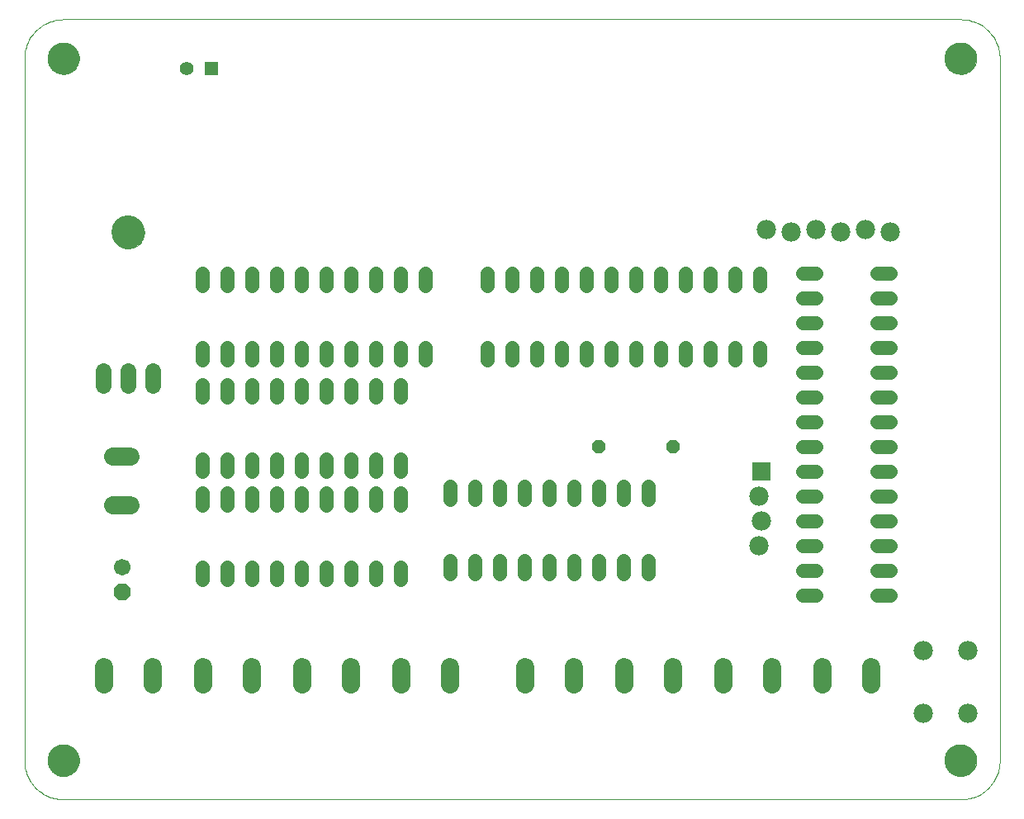
<source format=gbs>
G75*
G70*
%OFA0B0*%
%FSLAX24Y24*%
%IPPOS*%
%LPD*%
%AMOC8*
5,1,8,0,0,1.08239X$1,22.5*
%
%ADD10C,0.0560*%
%ADD11OC8,0.0560*%
%ADD12C,0.0745*%
%ADD13OC8,0.0670*%
%ADD14C,0.0670*%
%ADD15R,0.0780X0.0780*%
%ADD16C,0.0780*%
%ADD17C,0.0640*%
%ADD18C,0.0000*%
%ADD19C,0.1340*%
%ADD20C,0.1300*%
%ADD21R,0.0555X0.0555*%
%ADD22C,0.0555*%
D10*
X011816Y051557D02*
X011816Y052077D01*
X012816Y052077D02*
X012816Y051557D01*
X013816Y051557D02*
X013816Y052077D01*
X014816Y052077D02*
X014816Y051557D01*
X015816Y051557D02*
X015816Y052077D01*
X016816Y052077D02*
X016816Y051557D01*
X017816Y051557D02*
X017816Y052077D01*
X018816Y052077D02*
X018816Y051557D01*
X019816Y051557D02*
X019816Y052077D01*
X021816Y052327D02*
X021816Y051807D01*
X022816Y051807D02*
X022816Y052327D01*
X023816Y052327D02*
X023816Y051807D01*
X024816Y051807D02*
X024816Y052327D01*
X025816Y052327D02*
X025816Y051807D01*
X026816Y051807D02*
X026816Y052327D01*
X027816Y052327D02*
X027816Y051807D01*
X028816Y051807D02*
X028816Y052327D01*
X029816Y052327D02*
X029816Y051807D01*
X029816Y054807D02*
X029816Y055327D01*
X028816Y055327D02*
X028816Y054807D01*
X027816Y054807D02*
X027816Y055327D01*
X026816Y055327D02*
X026816Y054807D01*
X025816Y054807D02*
X025816Y055327D01*
X024816Y055327D02*
X024816Y054807D01*
X023816Y054807D02*
X023816Y055327D01*
X022816Y055327D02*
X022816Y054807D01*
X021816Y054807D02*
X021816Y055327D01*
X019816Y055077D02*
X019816Y054557D01*
X019816Y055932D02*
X019816Y056452D01*
X018816Y056452D02*
X018816Y055932D01*
X018816Y055077D02*
X018816Y054557D01*
X017816Y054557D02*
X017816Y055077D01*
X017816Y055932D02*
X017816Y056452D01*
X016816Y056452D02*
X016816Y055932D01*
X016816Y055077D02*
X016816Y054557D01*
X015816Y054557D02*
X015816Y055077D01*
X015816Y055932D02*
X015816Y056452D01*
X014816Y056452D02*
X014816Y055932D01*
X014816Y055077D02*
X014816Y054557D01*
X013816Y054557D02*
X013816Y055077D01*
X013816Y055932D02*
X013816Y056452D01*
X012816Y056452D02*
X012816Y055932D01*
X012816Y055077D02*
X012816Y054557D01*
X011816Y054557D02*
X011816Y055077D01*
X011816Y055932D02*
X011816Y056452D01*
X011816Y058932D02*
X011816Y059452D01*
X011816Y060432D02*
X011816Y060952D01*
X012816Y060952D02*
X012816Y060432D01*
X012816Y059452D02*
X012816Y058932D01*
X013816Y058932D02*
X013816Y059452D01*
X013816Y060432D02*
X013816Y060952D01*
X014816Y060952D02*
X014816Y060432D01*
X014816Y059452D02*
X014816Y058932D01*
X015816Y058932D02*
X015816Y059452D01*
X015816Y060432D02*
X015816Y060952D01*
X016816Y060952D02*
X016816Y060432D01*
X016816Y059452D02*
X016816Y058932D01*
X017816Y058932D02*
X017816Y059452D01*
X017816Y060432D02*
X017816Y060952D01*
X018816Y060952D02*
X018816Y060432D01*
X018816Y059452D02*
X018816Y058932D01*
X019816Y058932D02*
X019816Y059452D01*
X019816Y060432D02*
X019816Y060952D01*
X020816Y060952D02*
X020816Y060432D01*
X020816Y063432D02*
X020816Y063952D01*
X019816Y063952D02*
X019816Y063432D01*
X018816Y063432D02*
X018816Y063952D01*
X017816Y063952D02*
X017816Y063432D01*
X016816Y063432D02*
X016816Y063952D01*
X015816Y063952D02*
X015816Y063432D01*
X014816Y063432D02*
X014816Y063952D01*
X013816Y063952D02*
X013816Y063432D01*
X012816Y063432D02*
X012816Y063952D01*
X011816Y063952D02*
X011816Y063432D01*
X023316Y063432D02*
X023316Y063952D01*
X024316Y063952D02*
X024316Y063432D01*
X025316Y063432D02*
X025316Y063952D01*
X026316Y063952D02*
X026316Y063432D01*
X027316Y063432D02*
X027316Y063952D01*
X028316Y063952D02*
X028316Y063432D01*
X029316Y063432D02*
X029316Y063952D01*
X030316Y063952D02*
X030316Y063432D01*
X031316Y063432D02*
X031316Y063952D01*
X032316Y063952D02*
X032316Y063432D01*
X033316Y063432D02*
X033316Y063952D01*
X034316Y063952D02*
X034316Y063432D01*
X036056Y062942D02*
X036576Y062942D01*
X036576Y061942D02*
X036056Y061942D01*
X036056Y060942D02*
X036576Y060942D01*
X036576Y059942D02*
X036056Y059942D01*
X036056Y058942D02*
X036576Y058942D01*
X036576Y057942D02*
X036056Y057942D01*
X036056Y056942D02*
X036576Y056942D01*
X036576Y055942D02*
X036056Y055942D01*
X036056Y054942D02*
X036576Y054942D01*
X036576Y053942D02*
X036056Y053942D01*
X036056Y052942D02*
X036576Y052942D01*
X036576Y051942D02*
X036056Y051942D01*
X036056Y050942D02*
X036576Y050942D01*
X039056Y050942D02*
X039576Y050942D01*
X039576Y051942D02*
X039056Y051942D01*
X039056Y052942D02*
X039576Y052942D01*
X039576Y053942D02*
X039056Y053942D01*
X039056Y054942D02*
X039576Y054942D01*
X039576Y055942D02*
X039056Y055942D01*
X039056Y056942D02*
X039576Y056942D01*
X039576Y057942D02*
X039056Y057942D01*
X039056Y058942D02*
X039576Y058942D01*
X039576Y059942D02*
X039056Y059942D01*
X039056Y060942D02*
X039576Y060942D01*
X039576Y061942D02*
X039056Y061942D01*
X039056Y062942D02*
X039576Y062942D01*
X039576Y063942D02*
X039056Y063942D01*
X036576Y063942D02*
X036056Y063942D01*
X034316Y060952D02*
X034316Y060432D01*
X033316Y060432D02*
X033316Y060952D01*
X032316Y060952D02*
X032316Y060432D01*
X031316Y060432D02*
X031316Y060952D01*
X030316Y060952D02*
X030316Y060432D01*
X029316Y060432D02*
X029316Y060952D01*
X028316Y060952D02*
X028316Y060432D01*
X027316Y060432D02*
X027316Y060952D01*
X026316Y060952D02*
X026316Y060432D01*
X025316Y060432D02*
X025316Y060952D01*
X024316Y060952D02*
X024316Y060432D01*
X023316Y060432D02*
X023316Y060952D01*
D11*
X027816Y056942D03*
X030816Y056942D03*
D12*
X030800Y048045D02*
X030800Y047340D01*
X028831Y047340D02*
X028831Y048045D01*
X026800Y048045D02*
X026800Y047340D01*
X024831Y047340D02*
X024831Y048045D01*
X021800Y048045D02*
X021800Y047340D01*
X019831Y047340D02*
X019831Y048045D01*
X017800Y048045D02*
X017800Y047340D01*
X015831Y047340D02*
X015831Y048045D01*
X013800Y048045D02*
X013800Y047340D01*
X011831Y047340D02*
X011831Y048045D01*
X009800Y048045D02*
X009800Y047340D01*
X007831Y047340D02*
X007831Y048045D01*
X008213Y054583D02*
X008918Y054583D01*
X008918Y056551D02*
X008213Y056551D01*
X032831Y048045D02*
X032831Y047340D01*
X034800Y047340D02*
X034800Y048045D01*
X036831Y048045D02*
X036831Y047340D01*
X038800Y047340D02*
X038800Y048045D01*
D13*
X008566Y051067D03*
D14*
X008566Y052067D03*
D15*
X034366Y055942D03*
D16*
X034266Y054942D03*
X034366Y053942D03*
X034266Y052942D03*
X040926Y048722D03*
X040926Y046162D03*
X042706Y046162D03*
X042706Y048722D03*
X039566Y065592D03*
X038566Y065692D03*
X037566Y065592D03*
X036566Y065692D03*
X035566Y065592D03*
X034566Y065692D03*
D17*
X009816Y059992D02*
X009816Y059392D01*
X008816Y059392D02*
X008816Y059992D01*
X007816Y059992D02*
X007816Y059392D01*
D18*
X006206Y042694D02*
X042426Y042694D01*
X041796Y044269D02*
X041798Y044319D01*
X041804Y044369D01*
X041814Y044418D01*
X041828Y044466D01*
X041845Y044513D01*
X041866Y044558D01*
X041891Y044602D01*
X041919Y044643D01*
X041951Y044682D01*
X041985Y044719D01*
X042022Y044753D01*
X042062Y044783D01*
X042104Y044810D01*
X042148Y044834D01*
X042194Y044855D01*
X042241Y044871D01*
X042289Y044884D01*
X042339Y044893D01*
X042388Y044898D01*
X042439Y044899D01*
X042489Y044896D01*
X042538Y044889D01*
X042587Y044878D01*
X042635Y044863D01*
X042681Y044845D01*
X042726Y044823D01*
X042769Y044797D01*
X042810Y044768D01*
X042849Y044736D01*
X042885Y044701D01*
X042917Y044663D01*
X042947Y044623D01*
X042974Y044580D01*
X042997Y044536D01*
X043016Y044490D01*
X043032Y044442D01*
X043044Y044393D01*
X043052Y044344D01*
X043056Y044294D01*
X043056Y044244D01*
X043052Y044194D01*
X043044Y044145D01*
X043032Y044096D01*
X043016Y044048D01*
X042997Y044002D01*
X042974Y043958D01*
X042947Y043915D01*
X042917Y043875D01*
X042885Y043837D01*
X042849Y043802D01*
X042810Y043770D01*
X042769Y043741D01*
X042726Y043715D01*
X042681Y043693D01*
X042635Y043675D01*
X042587Y043660D01*
X042538Y043649D01*
X042489Y043642D01*
X042439Y043639D01*
X042388Y043640D01*
X042339Y043645D01*
X042289Y043654D01*
X042241Y043667D01*
X042194Y043683D01*
X042148Y043704D01*
X042104Y043728D01*
X042062Y043755D01*
X042022Y043785D01*
X041985Y043819D01*
X041951Y043856D01*
X041919Y043895D01*
X041891Y043936D01*
X041866Y043980D01*
X041845Y044025D01*
X041828Y044072D01*
X041814Y044120D01*
X041804Y044169D01*
X041798Y044219D01*
X041796Y044269D01*
X042426Y042694D02*
X042503Y042696D01*
X042580Y042702D01*
X042657Y042711D01*
X042733Y042724D01*
X042809Y042741D01*
X042883Y042762D01*
X042957Y042786D01*
X043029Y042814D01*
X043099Y042845D01*
X043168Y042880D01*
X043236Y042918D01*
X043301Y042959D01*
X043364Y043004D01*
X043425Y043052D01*
X043484Y043102D01*
X043540Y043155D01*
X043593Y043211D01*
X043643Y043270D01*
X043691Y043331D01*
X043736Y043394D01*
X043777Y043459D01*
X043815Y043527D01*
X043850Y043596D01*
X043881Y043666D01*
X043909Y043738D01*
X043933Y043812D01*
X043954Y043886D01*
X043971Y043962D01*
X043984Y044038D01*
X043993Y044115D01*
X043999Y044192D01*
X044001Y044269D01*
X044001Y072615D01*
X041796Y072615D02*
X041798Y072665D01*
X041804Y072715D01*
X041814Y072764D01*
X041828Y072812D01*
X041845Y072859D01*
X041866Y072904D01*
X041891Y072948D01*
X041919Y072989D01*
X041951Y073028D01*
X041985Y073065D01*
X042022Y073099D01*
X042062Y073129D01*
X042104Y073156D01*
X042148Y073180D01*
X042194Y073201D01*
X042241Y073217D01*
X042289Y073230D01*
X042339Y073239D01*
X042388Y073244D01*
X042439Y073245D01*
X042489Y073242D01*
X042538Y073235D01*
X042587Y073224D01*
X042635Y073209D01*
X042681Y073191D01*
X042726Y073169D01*
X042769Y073143D01*
X042810Y073114D01*
X042849Y073082D01*
X042885Y073047D01*
X042917Y073009D01*
X042947Y072969D01*
X042974Y072926D01*
X042997Y072882D01*
X043016Y072836D01*
X043032Y072788D01*
X043044Y072739D01*
X043052Y072690D01*
X043056Y072640D01*
X043056Y072590D01*
X043052Y072540D01*
X043044Y072491D01*
X043032Y072442D01*
X043016Y072394D01*
X042997Y072348D01*
X042974Y072304D01*
X042947Y072261D01*
X042917Y072221D01*
X042885Y072183D01*
X042849Y072148D01*
X042810Y072116D01*
X042769Y072087D01*
X042726Y072061D01*
X042681Y072039D01*
X042635Y072021D01*
X042587Y072006D01*
X042538Y071995D01*
X042489Y071988D01*
X042439Y071985D01*
X042388Y071986D01*
X042339Y071991D01*
X042289Y072000D01*
X042241Y072013D01*
X042194Y072029D01*
X042148Y072050D01*
X042104Y072074D01*
X042062Y072101D01*
X042022Y072131D01*
X041985Y072165D01*
X041951Y072202D01*
X041919Y072241D01*
X041891Y072282D01*
X041866Y072326D01*
X041845Y072371D01*
X041828Y072418D01*
X041814Y072466D01*
X041804Y072515D01*
X041798Y072565D01*
X041796Y072615D01*
X042426Y074190D02*
X042503Y074188D01*
X042580Y074182D01*
X042657Y074173D01*
X042733Y074160D01*
X042809Y074143D01*
X042883Y074122D01*
X042957Y074098D01*
X043029Y074070D01*
X043099Y074039D01*
X043168Y074004D01*
X043236Y073966D01*
X043301Y073925D01*
X043364Y073880D01*
X043425Y073832D01*
X043484Y073782D01*
X043540Y073729D01*
X043593Y073673D01*
X043643Y073614D01*
X043691Y073553D01*
X043736Y073490D01*
X043777Y073425D01*
X043815Y073357D01*
X043850Y073288D01*
X043881Y073218D01*
X043909Y073146D01*
X043933Y073072D01*
X043954Y072998D01*
X043971Y072922D01*
X043984Y072846D01*
X043993Y072769D01*
X043999Y072692D01*
X044001Y072615D01*
X042426Y074190D02*
X006206Y074190D01*
X005576Y072615D02*
X005578Y072665D01*
X005584Y072715D01*
X005594Y072764D01*
X005608Y072812D01*
X005625Y072859D01*
X005646Y072904D01*
X005671Y072948D01*
X005699Y072989D01*
X005731Y073028D01*
X005765Y073065D01*
X005802Y073099D01*
X005842Y073129D01*
X005884Y073156D01*
X005928Y073180D01*
X005974Y073201D01*
X006021Y073217D01*
X006069Y073230D01*
X006119Y073239D01*
X006168Y073244D01*
X006219Y073245D01*
X006269Y073242D01*
X006318Y073235D01*
X006367Y073224D01*
X006415Y073209D01*
X006461Y073191D01*
X006506Y073169D01*
X006549Y073143D01*
X006590Y073114D01*
X006629Y073082D01*
X006665Y073047D01*
X006697Y073009D01*
X006727Y072969D01*
X006754Y072926D01*
X006777Y072882D01*
X006796Y072836D01*
X006812Y072788D01*
X006824Y072739D01*
X006832Y072690D01*
X006836Y072640D01*
X006836Y072590D01*
X006832Y072540D01*
X006824Y072491D01*
X006812Y072442D01*
X006796Y072394D01*
X006777Y072348D01*
X006754Y072304D01*
X006727Y072261D01*
X006697Y072221D01*
X006665Y072183D01*
X006629Y072148D01*
X006590Y072116D01*
X006549Y072087D01*
X006506Y072061D01*
X006461Y072039D01*
X006415Y072021D01*
X006367Y072006D01*
X006318Y071995D01*
X006269Y071988D01*
X006219Y071985D01*
X006168Y071986D01*
X006119Y071991D01*
X006069Y072000D01*
X006021Y072013D01*
X005974Y072029D01*
X005928Y072050D01*
X005884Y072074D01*
X005842Y072101D01*
X005802Y072131D01*
X005765Y072165D01*
X005731Y072202D01*
X005699Y072241D01*
X005671Y072282D01*
X005646Y072326D01*
X005625Y072371D01*
X005608Y072418D01*
X005594Y072466D01*
X005584Y072515D01*
X005578Y072565D01*
X005576Y072615D01*
X004631Y072615D02*
X004633Y072692D01*
X004639Y072769D01*
X004648Y072846D01*
X004661Y072922D01*
X004678Y072998D01*
X004699Y073072D01*
X004723Y073146D01*
X004751Y073218D01*
X004782Y073288D01*
X004817Y073357D01*
X004855Y073425D01*
X004896Y073490D01*
X004941Y073553D01*
X004989Y073614D01*
X005039Y073673D01*
X005092Y073729D01*
X005148Y073782D01*
X005207Y073832D01*
X005268Y073880D01*
X005331Y073925D01*
X005396Y073966D01*
X005464Y074004D01*
X005533Y074039D01*
X005603Y074070D01*
X005675Y074098D01*
X005749Y074122D01*
X005823Y074143D01*
X005899Y074160D01*
X005975Y074173D01*
X006052Y074182D01*
X006129Y074188D01*
X006206Y074190D01*
X004631Y072615D02*
X004631Y044269D01*
X005576Y044269D02*
X005578Y044319D01*
X005584Y044369D01*
X005594Y044418D01*
X005608Y044466D01*
X005625Y044513D01*
X005646Y044558D01*
X005671Y044602D01*
X005699Y044643D01*
X005731Y044682D01*
X005765Y044719D01*
X005802Y044753D01*
X005842Y044783D01*
X005884Y044810D01*
X005928Y044834D01*
X005974Y044855D01*
X006021Y044871D01*
X006069Y044884D01*
X006119Y044893D01*
X006168Y044898D01*
X006219Y044899D01*
X006269Y044896D01*
X006318Y044889D01*
X006367Y044878D01*
X006415Y044863D01*
X006461Y044845D01*
X006506Y044823D01*
X006549Y044797D01*
X006590Y044768D01*
X006629Y044736D01*
X006665Y044701D01*
X006697Y044663D01*
X006727Y044623D01*
X006754Y044580D01*
X006777Y044536D01*
X006796Y044490D01*
X006812Y044442D01*
X006824Y044393D01*
X006832Y044344D01*
X006836Y044294D01*
X006836Y044244D01*
X006832Y044194D01*
X006824Y044145D01*
X006812Y044096D01*
X006796Y044048D01*
X006777Y044002D01*
X006754Y043958D01*
X006727Y043915D01*
X006697Y043875D01*
X006665Y043837D01*
X006629Y043802D01*
X006590Y043770D01*
X006549Y043741D01*
X006506Y043715D01*
X006461Y043693D01*
X006415Y043675D01*
X006367Y043660D01*
X006318Y043649D01*
X006269Y043642D01*
X006219Y043639D01*
X006168Y043640D01*
X006119Y043645D01*
X006069Y043654D01*
X006021Y043667D01*
X005974Y043683D01*
X005928Y043704D01*
X005884Y043728D01*
X005842Y043755D01*
X005802Y043785D01*
X005765Y043819D01*
X005731Y043856D01*
X005699Y043895D01*
X005671Y043936D01*
X005646Y043980D01*
X005625Y044025D01*
X005608Y044072D01*
X005594Y044120D01*
X005584Y044169D01*
X005578Y044219D01*
X005576Y044269D01*
X004631Y044269D02*
X004633Y044192D01*
X004639Y044115D01*
X004648Y044038D01*
X004661Y043962D01*
X004678Y043886D01*
X004699Y043812D01*
X004723Y043738D01*
X004751Y043666D01*
X004782Y043596D01*
X004817Y043527D01*
X004855Y043459D01*
X004896Y043394D01*
X004941Y043331D01*
X004989Y043270D01*
X005039Y043211D01*
X005092Y043155D01*
X005148Y043102D01*
X005207Y043052D01*
X005268Y043004D01*
X005331Y042959D01*
X005396Y042918D01*
X005464Y042880D01*
X005533Y042845D01*
X005603Y042814D01*
X005675Y042786D01*
X005749Y042762D01*
X005823Y042741D01*
X005899Y042724D01*
X005975Y042711D01*
X006052Y042702D01*
X006129Y042696D01*
X006206Y042694D01*
X008166Y065592D02*
X008168Y065642D01*
X008174Y065692D01*
X008184Y065742D01*
X008197Y065790D01*
X008214Y065838D01*
X008235Y065884D01*
X008259Y065928D01*
X008287Y065970D01*
X008318Y066010D01*
X008352Y066047D01*
X008389Y066082D01*
X008428Y066113D01*
X008469Y066142D01*
X008513Y066167D01*
X008559Y066189D01*
X008606Y066207D01*
X008654Y066221D01*
X008703Y066232D01*
X008753Y066239D01*
X008803Y066242D01*
X008854Y066241D01*
X008904Y066236D01*
X008954Y066227D01*
X009002Y066215D01*
X009050Y066198D01*
X009096Y066178D01*
X009141Y066155D01*
X009184Y066128D01*
X009224Y066098D01*
X009262Y066065D01*
X009297Y066029D01*
X009330Y065990D01*
X009359Y065949D01*
X009385Y065906D01*
X009408Y065861D01*
X009427Y065814D01*
X009442Y065766D01*
X009454Y065717D01*
X009462Y065667D01*
X009466Y065617D01*
X009466Y065567D01*
X009462Y065517D01*
X009454Y065467D01*
X009442Y065418D01*
X009427Y065370D01*
X009408Y065323D01*
X009385Y065278D01*
X009359Y065235D01*
X009330Y065194D01*
X009297Y065155D01*
X009262Y065119D01*
X009224Y065086D01*
X009184Y065056D01*
X009141Y065029D01*
X009096Y065006D01*
X009050Y064986D01*
X009002Y064969D01*
X008954Y064957D01*
X008904Y064948D01*
X008854Y064943D01*
X008803Y064942D01*
X008753Y064945D01*
X008703Y064952D01*
X008654Y064963D01*
X008606Y064977D01*
X008559Y064995D01*
X008513Y065017D01*
X008469Y065042D01*
X008428Y065071D01*
X008389Y065102D01*
X008352Y065137D01*
X008318Y065174D01*
X008287Y065214D01*
X008259Y065256D01*
X008235Y065300D01*
X008214Y065346D01*
X008197Y065394D01*
X008184Y065442D01*
X008174Y065492D01*
X008168Y065542D01*
X008166Y065592D01*
D19*
X008816Y065592D03*
D20*
X006206Y072615D03*
X006206Y044269D03*
X042426Y044269D03*
X042426Y072615D03*
D21*
X012191Y072192D03*
D22*
X011191Y072192D03*
M02*

</source>
